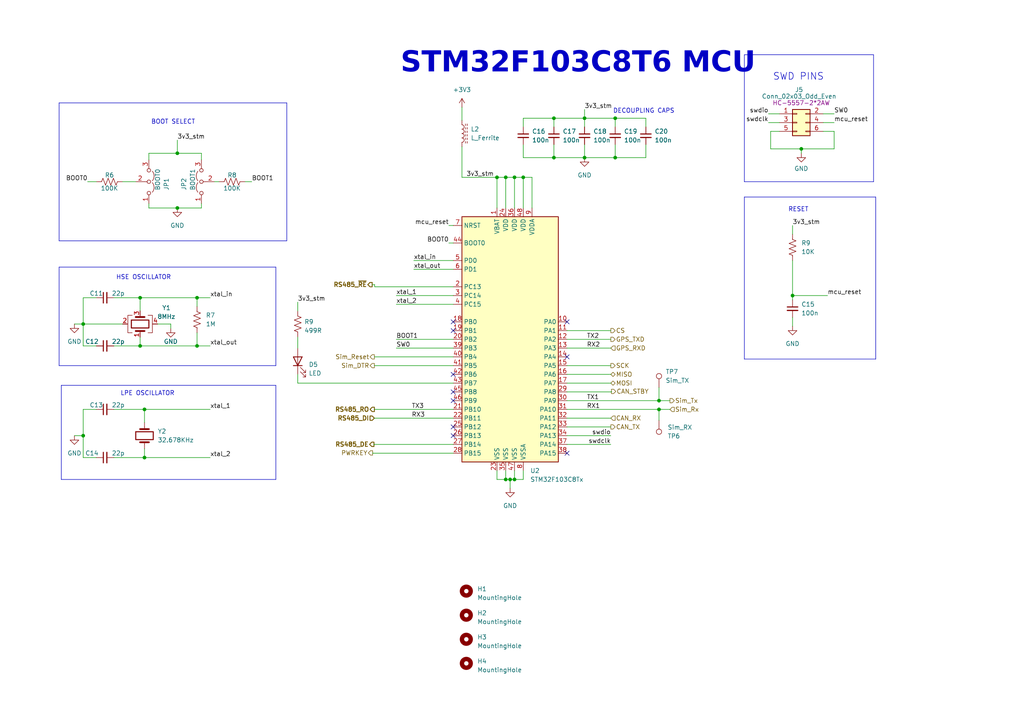
<source format=kicad_sch>
(kicad_sch (version 20230121) (generator eeschema)
  (paper "A4")
  (lib_symbols
    (symbol "Connector:TestPoint" (pin_numbers hide) (pin_names (offset 0.762) hide)
      (property "Reference" "TP" (at 0 6.858 0))
      (property "Value" "TestPoint" (at 0 5.08 0))
      (symbol "TestPoint_0_1"
        (circle (center 0 3.302) (radius 0.762))
      )
      (symbol "TestPoint_1_1"
        (pin passive line (at 0 0 90) (length 2.54) (name "1") (number "1"))
      )
    )
    (symbol "Connector_Generic:Conn_02x03_Odd_Even" (pin_names (offset 1.016) hide)
      (property "Reference" "J" (at 1.27 5.08 0))
      (property "Value" "Conn_02x03_Odd_Even" (at 1.27 -5.08 0))
      (symbol "Conn_02x03_Odd_Even_1_1"
        (rectangle (start -1.27 -2.413) (end 0 -2.667) (stroke (width 0.1524)))
        (rectangle (start -1.27 0.127) (end 0 -0.127) (stroke (width 0.1524)))
        (rectangle (start -1.27 2.667) (end 0 2.413) (stroke (width 0.1524)))
        (rectangle (start -1.27 3.81) (end 3.81 -3.81) (stroke (width 0.254)) (fill (type background)))
        (rectangle (start 3.81 -2.413) (end 2.54 -2.667) (stroke (width 0.1524)))
        (rectangle (start 3.81 0.127) (end 2.54 -0.127) (stroke (width 0.1524)))
        (rectangle (start 3.81 2.667) (end 2.54 2.413) (stroke (width 0.1524)))
        (pin passive line (at -5.08 2.54 0) (length 3.81) (name "Pin_1") (number "1"))
        (pin passive line (at 7.62 2.54 180) (length 3.81) (name "Pin_2") (number "2"))
        (pin passive line (at -5.08 0 0) (length 3.81) (name "Pin_3") (number "3"))
        (pin passive line (at 7.62 0 180) (length 3.81) (name "Pin_4") (number "4"))
        (pin passive line (at -5.08 -2.54 0) (length 3.81) (name "Pin_5") (number "5"))
        (pin passive line (at 7.62 -2.54 180) (length 3.81) (name "Pin_6") (number "6"))
      )
    )
    (symbol "Device:C_Small" (pin_numbers hide) (pin_names (offset 0.254) hide)
      (property "Reference" "C" (at 0.254 1.778 0))
      (property "Value" "C_Small" (at 0.254 -2.032 0))
      (symbol "C_Small_0_1"
        (polyline (pts (xy -1.524 -0.508) (xy 1.524 -0.508)) (stroke (width 0.3302)))
        (polyline (pts (xy -1.524 0.508) (xy 1.524 0.508)) (stroke (width 0.3048)))
      )
      (symbol "C_Small_1_1"
        (pin passive line (at 0 2.54 270) (length 2.032) (name "~") (number "1"))
        (pin passive line (at 0 -2.54 90) (length 2.032) (name "~") (number "2"))
      )
    )
    (symbol "Device:Crystal" (pin_numbers hide) (pin_names (offset 1.016) hide)
      (property "Reference" "Y" (at 0 3.81 0))
      (property "Value" "Crystal" (at 0 -3.81 0))
      (symbol "Crystal_0_1"
        (rectangle (start -1.143 2.54) (end 1.143 -2.54) (stroke (width 0.3048)))
        (polyline (pts (xy -2.54 0) (xy -1.905 0)))
        (polyline (pts (xy -1.905 -1.27) (xy -1.905 1.27)) (stroke (width 0.508)))
        (polyline (pts (xy 1.905 -1.27) (xy 1.905 1.27)) (stroke (width 0.508)))
        (polyline (pts (xy 2.54 0) (xy 1.905 0)))
      )
      (symbol "Crystal_1_1"
        (pin passive line (at -3.81 0 0) (length 1.27) (name "1") (number "1"))
        (pin passive line (at 3.81 0 180) (length 1.27) (name "2") (number "2"))
      )
    )
    (symbol "Device:Crystal_GND24" (pin_names (offset 1.016) hide)
      (property "Reference" "Y" (at 3.175 5.08 0))
      (property "Value" "Crystal_GND24" (at 3.175 3.175 0))
      (symbol "Crystal_GND24_0_1"
        (rectangle (start -1.143 2.54) (end 1.143 -2.54) (stroke (width 0.3048)))
        (polyline (pts (xy -2.54 0) (xy -2.032 0)))
        (polyline (pts (xy -2.032 -1.27) (xy -2.032 1.27)) (stroke (width 0.508)))
        (polyline (pts (xy 0 -3.81) (xy 0 -3.556)))
        (polyline (pts (xy 0 3.556) (xy 0 3.81)))
        (polyline (pts (xy 2.032 -1.27) (xy 2.032 1.27)) (stroke (width 0.508)))
        (polyline (pts (xy 2.032 0) (xy 2.54 0)))
        (polyline (pts (xy -2.54 -2.286) (xy -2.54 -3.556) (xy 2.54 -3.556) (xy 2.54 -2.286)))
        (polyline (pts (xy -2.54 2.286) (xy -2.54 3.556) (xy 2.54 3.556) (xy 2.54 2.286)))
      )
      (symbol "Crystal_GND24_1_1"
        (pin passive line (at -3.81 0 0) (length 1.27) (name "1") (number "1"))
        (pin passive line (at 0 5.08 270) (length 1.27) (name "2") (number "2"))
        (pin passive line (at 3.81 0 180) (length 1.27) (name "3") (number "3"))
        (pin passive line (at 0 -5.08 90) (length 1.27) (name "4") (number "4"))
      )
    )
    (symbol "Device:LED" (pin_numbers hide) (pin_names (offset 1.016) hide)
      (property "Reference" "D" (at 0 2.54 0))
      (property "Value" "LED" (at 0 -2.54 0))
      (symbol "LED_0_1"
        (polyline (pts (xy -1.27 -1.27) (xy -1.27 1.27)) (stroke (width 0.254)))
        (polyline (pts (xy -1.27 0) (xy 1.27 0)))
        (polyline (pts (xy 1.27 -1.27) (xy 1.27 1.27) (xy -1.27 0) (xy 1.27 -1.27)) (stroke (width 0.254)))
        (polyline (pts (xy -3.048 -0.762) (xy -4.572 -2.286) (xy -3.81 -2.286) (xy -4.572 -2.286) (xy -4.572 -1.524)))
        (polyline (pts (xy -1.778 -0.762) (xy -3.302 -2.286) (xy -2.54 -2.286) (xy -3.302 -2.286) (xy -3.302 -1.524)))
      )
      (symbol "LED_1_1"
        (pin passive line (at -3.81 0 0) (length 2.54) (name "K") (number "1"))
        (pin passive line (at 3.81 0 180) (length 2.54) (name "A") (number "2"))
      )
    )
    (symbol "Device:L_Ferrite" (pin_numbers hide) (pin_names (offset 1.016) hide)
      (property "Reference" "L" (at -1.27 0 90))
      (property "Value" "L_Ferrite" (at 2.794 0 90))
      (symbol "L_Ferrite_0_1"
        (arc (start 0 -2.54) (mid 0.6323 -1.905) (end 0 -1.27))
        (arc (start 0 -1.27) (mid 0.6323 -0.635) (end 0 0))
        (polyline (pts (xy 1.016 -2.794) (xy 1.016 -2.286)))
        (polyline (pts (xy 1.016 -1.778) (xy 1.016 -1.27)))
        (polyline (pts (xy 1.016 -0.762) (xy 1.016 -0.254)))
        (polyline (pts (xy 1.016 0.254) (xy 1.016 0.762)))
        (polyline (pts (xy 1.016 1.27) (xy 1.016 1.778)))
        (polyline (pts (xy 1.016 2.286) (xy 1.016 2.794)))
        (polyline (pts (xy 1.524 -2.286) (xy 1.524 -2.794)))
        (polyline (pts (xy 1.524 -1.27) (xy 1.524 -1.778)))
        (polyline (pts (xy 1.524 -0.254) (xy 1.524 -0.762)))
        (polyline (pts (xy 1.524 0.762) (xy 1.524 0.254)))
        (polyline (pts (xy 1.524 1.778) (xy 1.524 1.27)))
        (polyline (pts (xy 1.524 2.794) (xy 1.524 2.286)))
        (arc (start 0 0) (mid 0.6323 0.635) (end 0 1.27))
        (arc (start 0 1.27) (mid 0.6323 1.905) (end 0 2.54))
      )
      (symbol "L_Ferrite_1_1"
        (pin passive line (at 0 3.81 270) (length 1.27) (name "1") (number "1"))
        (pin passive line (at 0 -3.81 90) (length 1.27) (name "2") (number "2"))
      )
    )
    (symbol "Device:R_US" (pin_numbers hide) (pin_names (offset 0))
      (property "Reference" "R" (at 2.54 0 90))
      (property "Value" "R_US" (at -2.54 0 90))
      (symbol "R_US_0_1"
        (polyline (pts (xy 0 -2.286) (xy 0 -2.54)))
        (polyline (pts (xy 0 2.286) (xy 0 2.54)))
        (polyline (pts (xy 0 -0.762) (xy 1.016 -1.143) (xy 0 -1.524) (xy -1.016 -1.905) (xy 0 -2.286)))
        (polyline (pts (xy 0 0.762) (xy 1.016 0.381) (xy 0 0) (xy -1.016 -0.381) (xy 0 -0.762)))
        (polyline (pts (xy 0 2.286) (xy 1.016 1.905) (xy 0 1.524) (xy -1.016 1.143) (xy 0 0.762)))
      )
      (symbol "R_US_1_1"
        (pin passive line (at 0 3.81 270) (length 1.27) (name "~") (number "1"))
        (pin passive line (at 0 -3.81 90) (length 1.27) (name "~") (number "2"))
      )
    )
    (symbol "Jumper:Jumper_3_Open" (pin_names (offset 0) hide)
      (property "Reference" "JP" (at -2.54 -2.54 0))
      (property "Value" "Jumper_3_Open" (at 0 2.794 0))
      (symbol "Jumper_3_Open_0_0"
        (circle (center -3.302 0) (radius 0.508))
        (circle (center 0 0) (radius 0.508))
        (circle (center 3.302 0) (radius 0.508))
      )
      (symbol "Jumper_3_Open_0_1"
        (arc (start -0.254 1.016) (mid -1.651 1.4992) (end -3.048 1.016))
        (polyline (pts (xy 0 -0.508) (xy 0 -1.27)))
        (arc (start 3.048 1.016) (mid 1.651 1.4992) (end 0.254 1.016))
      )
      (symbol "Jumper_3_Open_1_1"
        (pin passive line (at -6.35 0 0) (length 2.54) (name "A") (number "1"))
        (pin passive line (at 0 -3.81 90) (length 2.54) (name "C") (number "2"))
        (pin passive line (at 6.35 0 180) (length 2.54) (name "B") (number "3"))
      )
    )
    (symbol "MCU_ST_STM32F1:STM32F103C8Tx"
      (property "Reference" "U" (at -15.24 36.83 0))
      (property "Value" "STM32F103C8Tx" (at 7.62 36.83 0))
      (symbol "STM32F103C8Tx_0_1"
        (rectangle (start -15.24 -35.56) (end 12.7 35.56) (stroke (width 0.254)) (fill (type background)))
      )
      (symbol "STM32F103C8Tx_1_1"
        (pin power_in line (at -5.08 38.1 270) (length 2.54) (name "VBAT") (number "1"))
        (pin bidirectional line (at 15.24 5.08 180) (length 2.54) (name "PA0") (number "10"))
        (pin bidirectional line (at 15.24 2.54 180) (length 2.54) (name "PA1") (number "11"))
        (pin bidirectional line (at 15.24 0 180) (length 2.54) (name "PA2") (number "12"))
        (pin bidirectional line (at 15.24 -2.54 180) (length 2.54) (name "PA3") (number "13"))
        (pin bidirectional line (at 15.24 -5.08 180) (length 2.54) (name "PA4") (number "14"))
        (pin bidirectional line (at 15.24 -7.62 180) (length 2.54) (name "PA5") (number "15"))
        (pin bidirectional line (at 15.24 -10.16 180) (length 2.54) (name "PA6") (number "16"))
        (pin bidirectional line (at 15.24 -12.7 180) (length 2.54) (name "PA7") (number "17"))
        (pin bidirectional line (at -17.78 5.08 0) (length 2.54) (name "PB0") (number "18"))
        (pin bidirectional line (at -17.78 2.54 0) (length 2.54) (name "PB1") (number "19"))
        (pin bidirectional line (at -17.78 15.24 0) (length 2.54) (name "PC13") (number "2"))
        (pin bidirectional line (at -17.78 0 0) (length 2.54) (name "PB2") (number "20"))
        (pin bidirectional line (at -17.78 -20.32 0) (length 2.54) (name "PB10") (number "21"))
        (pin bidirectional line (at -17.78 -22.86 0) (length 2.54) (name "PB11") (number "22"))
        (pin power_in line (at -5.08 -38.1 90) (length 2.54) (name "VSS") (number "23"))
        (pin power_in line (at -2.54 38.1 270) (length 2.54) (name "VDD") (number "24"))
        (pin bidirectional line (at -17.78 -25.4 0) (length 2.54) (name "PB12") (number "25"))
        (pin bidirectional line (at -17.78 -27.94 0) (length 2.54) (name "PB13") (number "26"))
        (pin bidirectional line (at -17.78 -30.48 0) (length 2.54) (name "PB14") (number "27"))
        (pin bidirectional line (at -17.78 -33.02 0) (length 2.54) (name "PB15") (number "28"))
        (pin bidirectional line (at 15.24 -15.24 180) (length 2.54) (name "PA8") (number "29"))
        (pin bidirectional line (at -17.78 12.7 0) (length 2.54) (name "PC14") (number "3"))
        (pin bidirectional line (at 15.24 -17.78 180) (length 2.54) (name "PA9") (number "30"))
        (pin bidirectional line (at 15.24 -20.32 180) (length 2.54) (name "PA10") (number "31"))
        (pin bidirectional line (at 15.24 -22.86 180) (length 2.54) (name "PA11") (number "32"))
        (pin bidirectional line (at 15.24 -25.4 180) (length 2.54) (name "PA12") (number "33"))
        (pin bidirectional line (at 15.24 -27.94 180) (length 2.54) (name "PA13") (number "34"))
        (pin power_in line (at -2.54 -38.1 90) (length 2.54) (name "VSS") (number "35"))
        (pin power_in line (at 0 38.1 270) (length 2.54) (name "VDD") (number "36"))
        (pin bidirectional line (at 15.24 -30.48 180) (length 2.54) (name "PA14") (number "37"))
        (pin bidirectional line (at 15.24 -33.02 180) (length 2.54) (name "PA15") (number "38"))
        (pin bidirectional line (at -17.78 -2.54 0) (length 2.54) (name "PB3") (number "39"))
        (pin bidirectional line (at -17.78 10.16 0) (length 2.54) (name "PC15") (number "4"))
        (pin bidirectional line (at -17.78 -5.08 0) (length 2.54) (name "PB4") (number "40"))
        (pin bidirectional line (at -17.78 -7.62 0) (length 2.54) (name "PB5") (number "41"))
        (pin bidirectional line (at -17.78 -10.16 0) (length 2.54) (name "PB6") (number "42"))
        (pin bidirectional line (at -17.78 -12.7 0) (length 2.54) (name "PB7") (number "43"))
        (pin input line (at -17.78 27.94 0) (length 2.54) (name "BOOT0") (number "44"))
        (pin bidirectional line (at -17.78 -15.24 0) (length 2.54) (name "PB8") (number "45"))
        (pin bidirectional line (at -17.78 -17.78 0) (length 2.54) (name "PB9") (number "46"))
        (pin power_in line (at 0 -38.1 90) (length 2.54) (name "VSS") (number "47"))
        (pin power_in line (at 2.54 38.1 270) (length 2.54) (name "VDD") (number "48"))
        (pin input line (at -17.78 22.86 0) (length 2.54) (name "PD0") (number "5"))
        (pin input line (at -17.78 20.32 0) (length 2.54) (name "PD1") (number "6"))
        (pin input line (at -17.78 33.02 0) (length 2.54) (name "NRST") (number "7"))
        (pin power_in line (at 2.54 -38.1 90) (length 2.54) (name "VSSA") (number "8"))
        (pin power_in line (at 5.08 38.1 270) (length 2.54) (name "VDDA") (number "9"))
      )
    )
    (symbol "Mechanical:MountingHole" (pin_names (offset 1.016))
      (property "Reference" "H" (at 0 5.08 0))
      (property "Value" "MountingHole" (at 0 3.175 0))
      (symbol "MountingHole_0_1"
        (circle (center 0 0) (radius 1.27) (stroke (width 1.27)))
      )
    )
    (symbol "power:+3V3" (power) (pin_names (offset 0))
      (property "Value" "+3V3" (at 0 3.556 0))
      (symbol "+3V3_0_1"
        (polyline (pts (xy -0.762 1.27) (xy 0 2.54)))
        (polyline (pts (xy 0 0) (xy 0 2.54)))
        (polyline (pts (xy 0 2.54) (xy 0.762 1.27)))
      )
      (symbol "+3V3_1_1"
        (pin power_in line (at 0 0 90) (length 0) hide (name "+3V3") (number "1"))
      )
    )
    (symbol "power:GND" (power) (pin_names (offset 0))
      (property "Value" "GND" (at 0 -3.81 0))
      (symbol "GND_0_1"
        (polyline (pts (xy 0 0) (xy 0 -1.27) (xy 1.27 -1.27) (xy 0 -2.54) (xy -1.27 -1.27) (xy 0 -1.27)))
      )
      (symbol "GND_1_1"
        (pin power_in line (at 0 0 270) (length 0) hide (name "GND") (number "1"))
      )
    )
  )
  (junction (at 41.91 132.715))
  (junction (at 51.435 60.325))
  (junction (at 178.435 34.29))
  (junction (at 191.135 118.745))
  (junction (at 24.13 93.98))
  (junction (at 57.15 100.33))
  (junction (at 178.435 45.72))
  (junction (at 191.135 116.205))
  (junction (at 160.655 34.29))
  (junction (at 146.685 51.435))
  (junction (at 147.955 139.065))
  (junction (at 40.64 86.36))
  (junction (at 144.145 51.435))
  (junction (at 160.655 45.72))
  (junction (at 146.685 139.065))
  (junction (at 24.13 126.365))
  (junction (at 57.15 86.36))
  (junction (at 149.225 139.065))
  (junction (at 51.435 44.45))
  (junction (at 151.765 51.435))
  (junction (at 40.64 100.33))
  (junction (at 149.225 51.435))
  (junction (at 229.87 85.725))
  (junction (at 169.545 45.72))
  (junction (at 41.91 118.745))
  (junction (at 169.545 34.29))
  (junction (at 232.41 43.18))
  (no_connect (at 164.465 131.445))
  (no_connect (at 131.445 93.345))
  (no_connect (at 131.445 116.205))
  (no_connect (at 131.445 113.665))
  (no_connect (at 131.445 108.585))
  (no_connect (at 131.445 123.825))
  (no_connect (at 131.445 126.365))
  (no_connect (at 131.445 95.885))
  (no_connect (at 164.465 93.345))
  (no_connect (at 164.465 103.505))
  (wire (pts (xy 130.175 65.405) (xy 131.445 65.405)))
  (wire (pts (xy 178.435 34.29) (xy 178.435 36.83)))
  (wire (pts (xy 164.465 116.205) (xy 191.135 116.205)))
  (wire (pts (xy 149.225 51.435) (xy 149.225 60.325)))
  (wire (pts (xy 160.655 45.72) (xy 169.545 45.72)))
  (wire (pts (xy 58.42 60.325) (xy 58.42 59.055)))
  (polyline (pts (xy 17.145 29.845) (xy 17.145 69.85)))
  (wire (pts (xy 151.765 34.29) (xy 151.765 36.83)))
  (wire (pts (xy 164.465 123.825) (xy 177.165 123.825)))
  (wire (pts (xy 160.655 41.91) (xy 160.655 45.72)))
  (wire (pts (xy 178.435 41.91) (xy 178.435 45.72)))
  (wire (pts (xy 25.4 52.705) (xy 27.94 52.705)))
  (polyline (pts (xy 253.365 15.875) (xy 253.365 52.705)))
  (wire (pts (xy 43.18 44.45) (xy 43.18 46.355)))
  (wire (pts (xy 108.6726 83.185) (xy 131.445 83.185)))
  (wire (pts (xy 238.76 33.02) (xy 241.935 33.02)))
  (wire (pts (xy 108.585 118.745) (xy 131.445 118.745)))
  (polyline (pts (xy 253.365 52.705) (xy 215.9 52.705)))
  (wire (pts (xy 241.935 38.1) (xy 241.935 43.18)))
  (wire (pts (xy 120.015 75.565) (xy 131.445 75.565)))
  (wire (pts (xy 86.36 87.63) (xy 86.36 90.17)))
  (polyline (pts (xy 17.145 77.47) (xy 17.145 106.045)))
  (wire (pts (xy 191.135 118.745) (xy 191.135 121.92)))
  (wire (pts (xy 24.13 93.98) (xy 35.56 93.98)))
  (polyline (pts (xy 80.01 106.045) (xy 17.145 106.045)))
  (wire (pts (xy 35.56 52.705) (xy 39.37 52.705)))
  (wire (pts (xy 147.955 139.065) (xy 147.955 141.605)))
  (wire (pts (xy 108.585 106.045) (xy 131.445 106.045)))
  (wire (pts (xy 43.18 60.325) (xy 51.435 60.325)))
  (polyline (pts (xy 80.01 111.76) (xy 80.01 139.065)))
  (wire (pts (xy 41.91 118.745) (xy 60.96 118.745)))
  (wire (pts (xy 177.336 113.5232) (xy 177.336 113.665)))
  (wire (pts (xy 43.18 44.45) (xy 51.435 44.45)))
  (polyline (pts (xy 215.9 15.875) (xy 215.9 52.705)))
  (wire (pts (xy 164.465 111.125) (xy 177.165 111.125)))
  (wire (pts (xy 151.765 51.435) (xy 154.305 51.435)))
  (wire (pts (xy 164.465 95.885) (xy 177.165 95.885)))
  (wire (pts (xy 108.6726 82.55) (xy 108.6726 83.185)))
  (wire (pts (xy 40.64 100.33) (xy 57.15 100.33)))
  (wire (pts (xy 164.465 126.365) (xy 177.165 126.365)))
  (wire (pts (xy 57.15 86.36) (xy 57.15 88.9)))
  (wire (pts (xy 144.145 51.435) (xy 144.145 60.325)))
  (wire (pts (xy 164.465 106.045) (xy 177.165 106.045)))
  (wire (pts (xy 191.135 116.205) (xy 194.31 116.205)))
  (wire (pts (xy 146.685 139.065) (xy 147.955 139.065)))
  (wire (pts (xy 41.91 130.175) (xy 41.91 132.715)))
  (polyline (pts (xy 80.01 139.065) (xy 17.78 139.065)))
  (wire (pts (xy 133.985 31.115) (xy 133.985 34.925)))
  (wire (pts (xy 151.765 136.525) (xy 151.765 139.065)))
  (wire (pts (xy 160.655 34.29) (xy 151.765 34.29)))
  (wire (pts (xy 108.0919 131.3658) (xy 108.0919 131.445)))
  (wire (pts (xy 151.765 51.435) (xy 151.765 60.325)))
  (polyline (pts (xy 83.185 29.845) (xy 83.185 69.85)))
  (wire (pts (xy 86.36 97.79) (xy 86.36 100.965)))
  (wire (pts (xy 108.0919 131.445) (xy 131.445 131.445)))
  (wire (pts (xy 144.145 136.525) (xy 144.145 139.065)))
  (wire (pts (xy 114.935 100.965) (xy 131.445 100.965)))
  (wire (pts (xy 33.02 118.745) (xy 41.91 118.745)))
  (wire (pts (xy 169.545 34.29) (xy 169.545 36.83)))
  (wire (pts (xy 114.935 88.265) (xy 131.445 88.265)))
  (wire (pts (xy 164.465 121.285) (xy 177.165 121.285)))
  (wire (pts (xy 187.325 45.72) (xy 187.325 41.91)))
  (wire (pts (xy 51.435 40.64) (xy 51.435 44.45)))
  (wire (pts (xy 57.15 96.52) (xy 57.15 100.33)))
  (wire (pts (xy 45.72 93.98) (xy 49.53 93.98)))
  (wire (pts (xy 146.685 136.525) (xy 146.685 139.065)))
  (wire (pts (xy 229.87 92.075) (xy 229.87 94.615)))
  (wire (pts (xy 40.64 90.17) (xy 40.64 86.36)))
  (wire (pts (xy 133.985 51.435) (xy 144.145 51.435)))
  (wire (pts (xy 191.135 118.745) (xy 194.31 118.745)))
  (wire (pts (xy 169.545 41.91) (xy 169.545 45.72)))
  (wire (pts (xy 114.935 98.425) (xy 131.445 98.425)))
  (wire (pts (xy 149.225 51.435) (xy 151.765 51.435)))
  (polyline (pts (xy 17.145 77.47) (xy 80.01 77.47)))
  (wire (pts (xy 223.52 38.1) (xy 226.06 38.1)))
  (wire (pts (xy 229.87 75.565) (xy 229.87 85.725)))
  (wire (pts (xy 238.76 35.56) (xy 241.935 35.56)))
  (wire (pts (xy 164.465 98.425) (xy 177.165 98.425)))
  (wire (pts (xy 222.885 35.56) (xy 226.06 35.56)))
  (wire (pts (xy 27.94 118.745) (xy 24.13 118.745)))
  (wire (pts (xy 229.87 85.725) (xy 240.03 85.725)))
  (wire (pts (xy 169.545 45.72) (xy 178.435 45.72)))
  (wire (pts (xy 108.4632 128.905) (xy 131.445 128.905)))
  (wire (pts (xy 43.18 59.055) (xy 43.18 60.325)))
  (wire (pts (xy 62.23 52.705) (xy 63.5 52.705)))
  (wire (pts (xy 164.465 128.905) (xy 177.165 128.905)))
  (wire (pts (xy 169.545 34.29) (xy 160.655 34.29)))
  (wire (pts (xy 24.13 132.715) (xy 27.94 132.715)))
  (wire (pts (xy 146.685 51.435) (xy 149.225 51.435)))
  (polyline (pts (xy 254 104.14) (xy 215.9 104.14)))
  (wire (pts (xy 21.59 126.365) (xy 24.13 126.365)))
  (wire (pts (xy 40.64 100.33) (xy 40.64 97.79)))
  (wire (pts (xy 21.59 93.98) (xy 24.13 93.98)))
  (wire (pts (xy 178.435 45.72) (xy 187.325 45.72)))
  (wire (pts (xy 130.175 70.485) (xy 131.445 70.485)))
  (wire (pts (xy 191.135 112.395) (xy 191.135 116.205)))
  (wire (pts (xy 144.145 139.065) (xy 146.685 139.065)))
  (wire (pts (xy 24.13 100.33) (xy 27.94 100.33)))
  (wire (pts (xy 151.765 41.91) (xy 151.765 45.72)))
  (polyline (pts (xy 17.145 29.845) (xy 83.185 29.845)))
  (wire (pts (xy 57.15 86.36) (xy 60.96 86.36)))
  (wire (pts (xy 164.465 100.965) (xy 177.165 100.965)))
  (wire (pts (xy 222.885 33.02) (xy 226.06 33.02)))
  (wire (pts (xy 223.52 43.18) (xy 223.52 38.1)))
  (wire (pts (xy 108.6726 82.55) (xy 107.95 82.55)))
  (wire (pts (xy 177.336 113.665) (xy 164.465 113.665)))
  (wire (pts (xy 108.585 103.505) (xy 131.445 103.505)))
  (wire (pts (xy 51.435 60.325) (xy 58.42 60.325)))
  (wire (pts (xy 114.935 85.725) (xy 131.445 85.725)))
  (wire (pts (xy 164.465 118.745) (xy 191.135 118.745)))
  (wire (pts (xy 169.545 31.75) (xy 169.545 34.29)))
  (wire (pts (xy 144.145 51.435) (xy 146.685 51.435)))
  (wire (pts (xy 41.91 118.745) (xy 41.91 122.555)))
  (wire (pts (xy 24.13 93.98) (xy 24.13 100.33)))
  (wire (pts (xy 154.305 51.435) (xy 154.305 60.325)))
  (wire (pts (xy 232.41 44.45) (xy 232.41 43.18)))
  (polyline (pts (xy 215.9 57.15) (xy 254 57.15)))
  (wire (pts (xy 24.13 126.365) (xy 24.13 132.715)))
  (wire (pts (xy 24.13 86.36) (xy 24.13 93.98)))
  (wire (pts (xy 49.53 93.98) (xy 49.53 95.25)))
  (wire (pts (xy 149.225 136.525) (xy 149.225 139.065)))
  (wire (pts (xy 40.64 86.36) (xy 57.15 86.36)))
  (wire (pts (xy 133.985 42.545) (xy 133.985 51.435)))
  (wire (pts (xy 33.02 132.715) (xy 41.91 132.715)))
  (wire (pts (xy 108.4632 128.8757) (xy 108.4632 128.905)))
  (polyline (pts (xy 80.01 77.47) (xy 80.01 106.045)))
  (wire (pts (xy 241.935 43.18) (xy 232.41 43.18)))
  (wire (pts (xy 187.325 34.29) (xy 178.435 34.29)))
  (wire (pts (xy 108.585 121.285) (xy 131.445 121.285)))
  (wire (pts (xy 120.015 78.105) (xy 131.445 78.105)))
  (wire (pts (xy 178.435 34.29) (xy 169.545 34.29)))
  (wire (pts (xy 41.91 132.715) (xy 60.96 132.715)))
  (wire (pts (xy 160.655 34.29) (xy 160.655 36.83)))
  (polyline (pts (xy 254 57.15) (xy 254 104.14)))
  (wire (pts (xy 33.02 100.33) (xy 40.64 100.33)))
  (wire (pts (xy 164.465 108.585) (xy 177.165 108.585)))
  (wire (pts (xy 238.76 38.1) (xy 241.935 38.1)))
  (wire (pts (xy 24.13 118.745) (xy 24.13 126.365)))
  (wire (pts (xy 58.42 46.355) (xy 58.42 44.45)))
  (wire (pts (xy 232.41 43.18) (xy 223.52 43.18)))
  (wire (pts (xy 27.94 86.36) (xy 24.13 86.36)))
  (wire (pts (xy 187.325 36.83) (xy 187.325 34.29)))
  (polyline (pts (xy 83.185 69.85) (xy 17.145 69.85)))
  (wire (pts (xy 149.225 139.065) (xy 151.765 139.065)))
  (wire (pts (xy 146.685 51.435) (xy 146.685 60.325)))
  (wire (pts (xy 229.87 85.725) (xy 229.87 86.995)))
  (wire (pts (xy 151.765 45.72) (xy 160.655 45.72)))
  (wire (pts (xy 229.87 65.405) (xy 229.87 67.945)))
  (wire (pts (xy 57.15 100.33) (xy 60.96 100.33)))
  (wire (pts (xy 71.12 52.705) (xy 73.025 52.705)))
  (polyline (pts (xy 17.78 111.76) (xy 80.01 111.76)))
  (wire (pts (xy 86.36 108.585) (xy 86.36 111.125)))
  (polyline (pts (xy 215.9 15.875) (xy 253.365 15.875)))
  (wire (pts (xy 147.955 139.065) (xy 149.225 139.065)))
  (polyline (pts (xy 215.9 57.15) (xy 215.9 104.14)))
  (polyline (pts (xy 17.78 111.76) (xy 17.78 139.065)))
  (wire (pts (xy 131.445 111.125) (xy 86.36 111.125)))
  (wire (pts (xy 33.02 86.36) (xy 40.64 86.36)))
  (wire (pts (xy 51.435 44.45) (xy 58.42 44.45)))
  (text "RESET" (at 228.6 61.595 0) (effects (font (size 1.27 1.27)) (justify left bottom)))
  (text "DECOUPLING CAPS" (at 177.8 33.02 0) (effects (font (size 1.27 1.27)) (justify left bottom)))
  (text "SWD PINS" (at 224.155 23.495 0) (effects (font (size 2 2)) (justify left bottom)))
  (text "LPE OSCILLATOR" (at 34.925 114.935 0) (effects (font (size 1.27 1.27)) (justify left bottom)))
  (text "STM32F103C8T6 MCU" (at 116.205 23.495 0) (effects (font (size 6 6) bold) (justify left bottom)))
  (text "HSE OSCILLATOR" (at 33.655 81.28 0) (effects (font (size 1.27 1.27)) (justify left bottom)))
  (text "BOOT SELECT" (at 43.815 36.195 0) (effects (font (size 1.27 1.27)) (justify left bottom)))
  (label "xtal_2" (at 114.935 88.265 0))
  (label "BOOT1" (at 73.025 52.705 0))
  (label "SW0" (at 114.935 100.965 0))
  (label "3v3_stm" (at 86.36 87.63 0))
  (label "xtal_in" (at 60.96 86.36 0))
  (label "TX1" (at 170.18 116.205 0))
  (label "xtal_1" (at 60.96 118.745 0))
  (label "BOOT0" (at 130.175 70.485 180))
  (label "swdio" (at 222.885 33.02 180))
  (label "xtal_out" (at 60.96 100.33 0))
  (label "xtal_1" (at 114.935 85.725 0))
  (label "3v3_stm" (at 229.87 65.405 0))
  (label "mcu_reset" (at 241.935 35.56 0))
  (label "BOOT1" (at 114.935 98.425 0))
  (label "swdio" (at 177.165 126.365 180))
  (label "xtal_2" (at 60.96 132.715 0))
  (label "3v3_stm" (at 51.435 40.64 0))
  (label "RX2" (at 170.18 100.965 0))
  (label "swdclk" (at 177.165 128.905 180))
  (label "RX1" (at 170.18 118.745 0))
  (label "xtal_in" (at 120.015 75.565 0))
  (label "3v3_stm" (at 169.545 31.75 0))
  (label "TX2" (at 170.18 98.425 0))
  (label "RX3" (at 119.38 121.285 0))
  (label "xtal_out" (at 120.015 78.105 0))
  (label "BOOT0" (at 25.4 52.705 180))
  (label "3v3_stm" (at 135.255 51.435 0))
  (label "TX3" (at 119.38 118.745 0))
  (label "mcu_reset" (at 130.175 65.405 180))
  (label "SW0" (at 241.935 33.02 0))
  (label "mcu_reset" (at 240.03 85.725 0))
  (label "swdclk" (at 222.885 35.56 180))
  (hierarchical_label "CS" (shape output) (at 177.165 95.885 0))
  (hierarchical_label "CAN_STBY" (shape output) (at 177.336 113.5232 0))
  (hierarchical_label "GPS_TXD" (shape output) (at 177.165 98.425 0))
  (hierarchical_label "RS485_~{RE}" (shape output) (at 107.95 82.55 180) (effects (font bold)))
  (hierarchical_label "MISO" (shape bidirectional) (at 177.165 108.585 0))
  (hierarchical_label "CAN_TX" (shape output) (at 177.165 123.825 0))
  (hierarchical_label "MOSI" (shape bidirectional) (at 177.165 111.125 0))
  (hierarchical_label "Sim_Reset" (shape output) (at 108.585 103.505 180))
  (hierarchical_label "Sim_Rx" (shape input) (at 194.31 118.745 0))
  (hierarchical_label "RS485_RO" (shape output) (at 108.585 118.745 180) (effects (font bold)))
  (hierarchical_label "CAN_RX" (shape input) (at 177.165 121.285 0))
  (hierarchical_label "PWRKEY" (shape output) (at 108.0919 131.3658 180))
  (hierarchical_label "GPS_RXD" (shape input) (at 177.165 100.965 0))
  (hierarchical_label "RS485_DE" (shape output) (at 108.4632 128.8757 180) (effects (font bold)))
  (hierarchical_label "RS485_DI" (shape input) (at 108.585 121.285 180) (effects (font bold)))
  (hierarchical_label "SCK" (shape output) (at 177.165 106.045 0))
  (hierarchical_label "Sim_DTR" (shape output) (at 108.585 106.045 180))
  (hierarchical_label "Sim_Tx" (shape output) (at 194.31 116.205 0))
  (symbol (lib_id "power:GND") (at 21.59 126.365 0) (unit 1)
    (property "Reference" "#PWR017" (effects hide))
    (property "Value" "GND" (at 21.59 131.445 0))
    (instances (project "ALERT_RIDER_HARDWARE" (path "" (reference "#PWR017") (unit 1))) (project "GSM_module_v3" (path "" (reference "#PWR015") (unit 1))) (project "BIM_PCB" (path "" (reference "#PWR018") (unit 1))))
  )
  (symbol (lib_id "power:GND") (at 229.87 94.615 0) (unit 1)
    (property "Reference" "#PWR021" (effects hide))
    (property "Value" "GND" (at 229.87 99.695 0))
    (instances (project "ALERT_RIDER_HARDWARE" (path "" (reference "#PWR021") (unit 1))) (project "GSM_module_v3" (path "" (reference "#PWR022") (unit 1))) (project "BIM_PCB" (path "" (reference "#PWR012") (unit 1))))
  )
  (symbol (lib_id "Device:C_Small") (at 169.545 39.37 0) (unit 1)
    (property "Reference" "C18" (at 172.085 38.1062 0) (effects (justify left)))
    (property "Value" "100n" (at 172.085 40.6462 0) (effects (justify left)))
    (property "Footprint" "Capacitor_SMD:C_0402_1005Metric" (effects hide))
    (instances (project "ALERT_RIDER_HARDWARE" (path "" (reference "C18") (unit 1))) (project "GSM_module_v3" (path "" (reference "C13") (unit 1))) (project "BIM_PCB" (path "" (reference "C3") (unit 1))))
  )
  (symbol (lib_id "power:+3V3") (at 133.985 31.115 0) (unit 1)
    (property "Reference" "#PWR022" (effects hide))
    (property "Value" "+3V3" (at 133.985 26.035 0))
    (instances (project "ALERT_RIDER_HARDWARE" (path "" (reference "#PWR022") (unit 1))) (project "GSM_module_v3" (path "" (reference "#PWR018") (unit 1))) (project "BIM_PCB" (path "" (reference "#PWR05") (unit 1))))
  )
  (symbol (lib_id "Device:R_US") (at 57.15 92.71 0) (unit 1)
    (property "Reference" "R7" (at 59.69 91.4399 0) (effects (justify left)))
    (property "Value" "1M" (at 59.69 93.9799 0) (effects (justify left)))
    (property "Footprint" "Resistor_SMD:R_0402_1005Metric" (effects hide))
    (instances (project "ALERT_RIDER_HARDWARE" (path "" (reference "R7") (unit 1))) (project "GSM_module_v3" (path "" (reference "R5") (unit 1))) (project "BIM_PCB" (path "" (reference "R7") (unit 1))))
  )
  (symbol (lib_id "Mechanical:MountingHole") (at 135.255 171.45 0) (unit 1)
    (property "Reference" "H1" (at 138.43 170.815 0) (effects (justify left)))
    (property "Value" "MountingHole" (at 138.43 173.355 0) (effects (justify left)))
    (property "Footprint" "MountingHole:MountingHole_2.7mm" (effects hide))
  )
  (symbol (lib_id "Device:Crystal_GND24") (at 40.64 93.98 90) (unit 1)
    (property "Reference" "Y1" (at 48.26 89.281 90))
    (property "Value" "8MHz" (at 48.26 91.821 90))
    (property "Footprint" "Crystal:Crystal_SMD_3225-4Pin_3.2x2.5mm" (effects hide))
  )
  (symbol (lib_id "power:GND") (at 49.53 95.25 0) (unit 1)
    (property "Reference" "#PWR019" (effects hide))
    (property "Value" "GND" (at 49.53 99.06 0))
    (instances (project "ALERT_RIDER_HARDWARE" (path "" (reference "#PWR019") (unit 1))) (project "GSM_module_v3" (path "" (reference "#PWR016") (unit 1))) (project "BIM_PCB" (path "" (reference "#PWR015") (unit 1))))
  )
  (symbol (lib_id "Device:LED") (at 86.36 104.775 90) (unit 1)
    (property "Reference" "D5" (at 89.535 105.7275 90) (effects (justify right)))
    (property "Value" "LED" (at 89.535 108.2675 90) (effects (justify right)))
    (property "Footprint" "LED_SMD:LED_0603_1608Metric" (effects hide))
    (instances (project "GSM_module_v3" (path "" (reference "D5") (unit 1))) (project "BIM_PCB" (path "" (reference "D2") (unit 1))))
  )
  (symbol (lib_id "power:GND") (at 147.955 141.605 0) (unit 1)
    (property "Reference" "#PWR023" (effects hide))
    (property "Value" "GND" (at 147.955 146.685 0))
    (instances (project "ALERT_RIDER_HARDWARE" (path "" (reference "#PWR023") (unit 1))) (project "GSM_module_v3" (path "" (reference "#PWR019") (unit 1))) (project "BIM_PCB" (path "" (reference "#PWR019") (unit 1))))
  )
  (symbol (lib_id "Device:Crystal") (at 41.91 126.365 90) (unit 1)
    (property "Reference" "Y2" (at 45.72 125.0949 90) (effects (justify right)))
    (property "Value" "32.678KHz" (at 45.72 127.6349 90) (effects (justify right)))
    (property "Footprint" "Crystal:Crystal_SMD_3215-2Pin_3.2x1.5mm" (effects hide))
  )
  (symbol (lib_id "Device:C_Small") (at 178.435 39.37 0) (unit 1)
    (property "Reference" "C19" (at 180.975 38.1062 0) (effects (justify left)))
    (property "Value" "100n" (at 180.975 40.6462 0) (effects (justify left)))
    (property "Footprint" "Capacitor_SMD:C_0402_1005Metric" (effects hide))
    (instances (project "ALERT_RIDER_HARDWARE" (path "" (reference "C19") (unit 1))) (project "GSM_module_v3" (path "" (reference "C14") (unit 1))) (project "BIM_PCB" (path "" (reference "C4") (unit 1))))
  )
  (symbol (lib_id "power:GND") (at 21.59 93.98 0) (unit 1)
    (property "Reference" "#PWR018" (effects hide))
    (property "Value" "GND" (at 21.59 99.06 0))
    (instances (project "ALERT_RIDER_HARDWARE" (path "" (reference "#PWR018") (unit 1))) (project "GSM_module_v3" (path "" (reference "#PWR014") (unit 1))) (project "BIM_PCB" (path "" (reference "#PWR014") (unit 1))))
  )
  (symbol (lib_id "Connector_Generic:Conn_02x03_Odd_Even") (at 231.14 35.56 0) (unit 1)
    (property "Reference" "J5" (at 231.775 26.035 0))
    (property "Value" "Conn_02x03_Odd_Even" (at 231.775 27.94 0))
    (property "Footprint" "Connector_Molex:Molex_Mini-Fit_Jr_5569-06A2_2x03_P4.20mm_Horizontal" (effects hide))
    (property "MPN" "HC-5557-2*2AW" (at 232.41 29.845 0))
    (instances (project "GSM_module_v3" (path "" (reference "J5") (unit 1))) (project "BIM_PCB" (path "" (reference "J2") (unit 1))))
  )
  (symbol (lib_id "Device:R_US") (at 31.75 52.705 90) (unit 1)
    (property "Reference" "R6" (at 31.75 50.8 90))
    (property "Value" "100K" (at 31.75 54.61 90))
    (property "Footprint" "Resistor_SMD:R_0402_1005Metric" (effects hide))
    (instances (project "ALERT_RIDER_HARDWARE" (path "" (reference "R6") (unit 1))) (project "GSM_module_v3" (path "" (reference "R4") (unit 1))) (project "BIM_PCB" (path "" (reference "R3") (unit 1))))
  )
  (symbol (lib_id "Connector:TestPoint") (at 191.135 121.92 0) (mirror x) (unit 1)
    (property "Reference" "TP6" (at 193.6085 126.4921 0) (effects (justify left)))
    (property "Value" "Sim_RX" (at 193.6085 123.9521 0) (effects (justify left)))
    (property "Footprint" "TestPoint:TestPoint_Pad_D1.0mm" (effects hide))
    (instances (project "ALERT_RIDER_HARDWARE" (path "" (reference "TP6") (unit 1))) (project "GSM_module_v3" (path "" (reference "SIM_RX1") (unit 1))) (project "BIM_PCB" (path "" (reference "TP3") (unit 1))))
  )
  (symbol (lib_id "Mechanical:MountingHole") (at 135.255 192.405 0) (unit 1)
    (property "Reference" "H4" (at 138.43 191.77 0) (effects (justify left)))
    (property "Value" "MountingHole" (at 138.43 194.31 0) (effects (justify left)))
    (property "Footprint" "MountingHole:MountingHole_2.7mm" (effects hide))
  )
  (symbol (lib_id "Device:C_Small") (at 151.765 39.37 0) (unit 1)
    (property "Reference" "C16" (at 154.305 38.1062 0) (effects (justify left)))
    (property "Value" "100n" (at 154.305 40.6462 0) (effects (justify left)))
    (property "Footprint" "Capacitor_SMD:C_0402_1005Metric" (effects hide))
    (instances (project "ALERT_RIDER_HARDWARE" (path "" (reference "C16") (unit 1))) (project "GSM_module_v3" (path "" (reference "C11") (unit 1))) (project "BIM_PCB" (path "" (reference "C1") (unit 1))))
  )
  (symbol (lib_id "Device:L_Ferrite") (at 133.985 38.735 0) (unit 1)
    (property "Reference" "L2" (at 136.525 37.4649 0) (effects (justify left)))
    (property "Value" "L_Ferrite" (at 136.525 40.0049 0) (effects (justify left)))
    (property "Footprint" "Inductor_SMD:L_0603_1608Metric" (effects hide))
    (instances (project "ALERT_RIDER_HARDWARE" (path "" (reference "L2") (unit 1))) (project "GSM_module_v3" (path "" (reference "L2") (unit 1))) (project "BIM_PCB" (path "" (reference "L1") (unit 1))))
  )
  (symbol (lib_id "Device:C_Small") (at 30.48 118.745 90) (unit 1)
    (property "Reference" "C13" (at 27.94 117.475 90))
    (property "Value" "22p" (at 34.29 117.475 90))
    (property "Footprint" "Capacitor_SMD:C_0402_1005Metric" (effects hide))
    (instances (project "ALERT_RIDER_HARDWARE" (path "" (reference "C13") (unit 1))) (project "GSM_module_v3" (path "" (reference "C9") (unit 1))) (project "BIM_PCB" (path "" (reference "C11") (unit 1))))
  )
  (symbol (lib_id "power:GND") (at 51.435 60.325 0) (unit 1)
    (property "Reference" "#PWR0101" (effects hide))
    (property "Value" "GND" (at 51.435 65.405 0))
    (instances (project "ALERT_RIDER_HARDWARE" (path "" (reference "#PWR0101") (unit 1))) (project "GSM_module_v3" (path "" (reference "#PWR017") (unit 1))) (project "BIM_PCB" (path "" (reference "#PWR010") (unit 1))))
  )
  (symbol (lib_id "MCU_ST_STM32F1:STM32F103C8Tx") (at 149.225 98.425 0) (unit 1)
    (property "Reference" "U2" (at 153.7844 136.525 0) (effects (justify left)))
    (property "Value" "STM32F103C8Tx" (at 153.7844 139.065 0) (effects (justify left)))
    (property "Footprint" "Package_QFP:LQFP-48_7x7mm_P0.5mm" (effects hide))
    (property "Datasheet" "http://www.st.com/st-web-ui/static/active/en/resource/technical/document/datasheet/CD00161566.pdf" (effects hide))
    (instances (project "ALERT_RIDER_HARDWARE" (path "" (reference "U2") (unit 1))) (project "GSM_module_v3" (path "" (reference "U2") (unit 1))) (project "BIM_PCB" (path "" (reference "U1") (unit 1))))
  )
  (symbol (lib_id "Device:C_Small") (at 30.48 86.36 90) (unit 1)
    (property "Reference" "C11" (at 27.94 85.09 90))
    (property "Value" "22p" (at 34.29 85.09 90))
    (property "Footprint" "Capacitor_SMD:C_0402_1005Metric" (effects hide))
    (instances (project "ALERT_RIDER_HARDWARE" (path "" (reference "C11") (unit 1))) (project "GSM_module_v3" (path "" (reference "C7") (unit 1))) (project "BIM_PCB" (path "" (reference "C9") (unit 1))))
  )
  (symbol (lib_id "Jumper:Jumper_3_Open") (at 58.42 52.705 90) (unit 1)
    (property "Reference" "JP2" (at 53.34 55.245 0) (effects (justify left)))
    (property "Value" "BOOT1" (at 55.88 55.245 0) (effects (justify left)))
    (property "Footprint" "Jumper:SolderJumper-3_P1.3mm_Open_RoundedPad1.0x1.5mm_NumberLabels" (effects hide))
  )
  (symbol (lib_id "Connector:TestPoint") (at 191.135 112.395 0) (unit 1)
    (property "Reference" "TP7" (at 193.04 107.823 0) (effects (justify left)))
    (property "Value" "Sim_TX" (at 193.04 110.363 0) (effects (justify left)))
    (property "Footprint" "TestPoint:TestPoint_Pad_D1.0mm" (effects hide))
    (instances (project "ALERT_RIDER_HARDWARE" (path "" (reference "TP7") (unit 1))) (project "GSM_module_v3" (path "" (reference "SIM_TX1") (unit 1))) (project "BIM_PCB" (path "" (reference "TP4") (unit 1))))
  )
  (symbol (lib_id "Jumper:Jumper_3_Open") (at 43.18 52.705 270) (mirror x) (unit 1)
    (property "Reference" "JP1" (at 48.26 55.245 0) (effects (justify left)))
    (property "Value" "BOOT0" (at 45.72 55.245 0) (effects (justify left)))
    (property "Footprint" "Jumper:SolderJumper-3_P1.3mm_Open_RoundedPad1.0x1.5mm_NumberLabels" (effects hide))
  )
  (symbol (lib_id "power:GND") (at 232.41 44.45 0) (unit 1)
    (property "Reference" "#PWR025" (effects hide))
    (property "Value" "GND" (at 232.41 48.895 0))
    (instances (project "ALERT_RIDER_HARDWARE" (path "" (reference "#PWR025") (unit 1))) (project "GSM_module_v3" (path "" (reference "#PWR023") (unit 1))) (project "BIM_PCB" (path "" (reference "#PWR08") (unit 1))))
  )
  (symbol (lib_id "Mechanical:MountingHole") (at 135.255 178.435 0) (unit 1)
    (property "Reference" "H2" (at 138.43 177.8 0) (effects (justify left)))
    (property "Value" "MountingHole" (at 138.43 180.34 0) (effects (justify left)))
    (property "Footprint" "MountingHole:MountingHole_2.7mm" (effects hide))
  )
  (symbol (lib_id "Device:R_US") (at 86.36 93.98 0) (unit 1)
    (property "Reference" "R9" (at 88.265 93.345 0) (effects (justify left)))
    (property "Value" "499R" (at 88.265 95.885 0) (effects (justify left)))
    (property "Footprint" "Resistor_SMD:R_0402_1005Metric" (effects hide))
    (instances (project "ALERT_RIDER_HARDWARE" (path "" (reference "R9") (unit 1))) (project "GSM_module_v3" (path "" (reference "R7") (unit 1))) (project "BIM_PCB" (path "" (reference "R8") (unit 1))))
  )
  (symbol (lib_id "Device:R_US") (at 67.31 52.705 90) (unit 1)
    (property "Reference" "R8" (at 67.31 50.8 90))
    (property "Value" "100K" (at 67.31 54.61 90))
    (property "Footprint" "Resistor_SMD:R_0402_1005Metric" (effects hide))
    (instances (project "ALERT_RIDER_HARDWARE" (path "" (reference "R8") (unit 1))) (project "GSM_module_v3" (path "" (reference "R6") (unit 1))) (project "BIM_PCB" (path "" (reference "R4") (unit 1))))
  )
  (symbol (lib_id "Device:C_Small") (at 187.325 39.37 0) (unit 1)
    (property "Reference" "C20" (at 189.865 38.1062 0) (effects (justify left)))
    (property "Value" "100n" (at 189.865 40.6462 0) (effects (justify left)))
    (property "Footprint" "Capacitor_SMD:C_0402_1005Metric" (effects hide))
    (instances (project "ALERT_RIDER_HARDWARE" (path "" (reference "C20") (unit 1))) (project "GSM_module_v3" (path "" (reference "C15") (unit 1))) (project "BIM_PCB" (path "" (reference "C5") (unit 1))))
  )
  (symbol (lib_id "Device:C_Small") (at 30.48 132.715 90) (unit 1)
    (property "Reference" "C14" (at 26.67 131.445 90))
    (property "Value" "22p" (at 34.29 131.445 90))
    (property "Footprint" "Capacitor_SMD:C_0402_1005Metric" (effects hide))
    (instances (project "ALERT_RIDER_HARDWARE" (path "" (reference "C14") (unit 1))) (project "GSM_module_v3" (path "" (reference "C10") (unit 1))) (project "BIM_PCB" (path "" (reference "C12") (unit 1))))
  )
  (symbol (lib_id "Device:C_Small") (at 30.48 100.33 90) (unit 1)
    (property "Reference" "C12" (at 26.67 99.06 90))
    (property "Value" "22p" (at 34.29 99.06 90))
    (property "Footprint" "Capacitor_SMD:C_0402_1005Metric" (effects hide))
    (instances (project "ALERT_RIDER_HARDWARE" (path "" (reference "C12") (unit 1))) (project "GSM_module_v3" (path "" (reference "C8") (unit 1))) (project "BIM_PCB" (path "" (reference "C10") (unit 1))))
  )
  (symbol (lib_id "Mechanical:MountingHole") (at 135.255 185.42 0) (unit 1)
    (property "Reference" "H3" (at 138.43 184.785 0) (effects (justify left)))
    (property "Value" "MountingHole" (at 138.43 187.325 0) (effects (justify left)))
    (property "Footprint" "MountingHole:MountingHole_2.7mm" (effects hide))
  )
  (symbol (lib_id "power:GND") (at 169.545 45.72 0) (unit 1)
    (property "Reference" "#PWR024" (effects hide))
    (property "Value" "GND" (at 169.545 50.8 0))
    (instances (project "ALERT_RIDER_HARDWARE" (path "" (reference "#PWR024") (unit 1))) (project "GSM_module_v3" (path "" (reference "#PWR020") (unit 1))) (project "BIM_PCB" (path "" (reference "#PWR06") (unit 1))))
  )
  (symbol (lib_id "Device:R_US") (at 229.87 71.755 0) (unit 1)
    (property "Reference" "R9" (at 232.41 70.4849 0) (effects (justify left)))
    (property "Value" "10K" (at 232.41 73.0249 0) (effects (justify left)))
    (property "Footprint" "Resistor_SMD:R_0402_1005Metric" (effects hide))
    (instances (project "ALERT_RIDER_HARDWARE" (path "" (reference "R9") (unit 1))) (project "GSM_module_v3" (path "" (reference "R8") (unit 1))) (project "BIM_PCB" (path "" (reference "R2") (unit 1))))
  )
  (symbol (lib_id "Device:C_Small") (at 160.655 39.37 0) (unit 1)
    (property "Reference" "C17" (at 163.195 38.1062 0) (effects (justify left)))
    (property "Value" "100n" (at 163.195 40.6462 0) (effects (justify left)))
    (property "Footprint" "Capacitor_SMD:C_0402_1005Metric" (effects hide))
    (instances (project "ALERT_RIDER_HARDWARE" (path "" (reference "C17") (unit 1))) (project "GSM_module_v3" (path "" (reference "C12") (unit 1))) (project "BIM_PCB" (path "" (reference "C2") (unit 1))))
  )
  (symbol (lib_id "Device:C_Small") (at 229.87 89.535 0) (unit 1)
    (property "Reference" "C15" (at 232.41 88.2712 0) (effects (justify left)))
    (property "Value" "100n" (at 232.41 90.8112 0) (effects (justify left)))
    (property "Footprint" "Capacitor_SMD:C_0402_1005Metric" (effects hide))
    (instances (project "ALERT_RIDER_HARDWARE" (path "" (reference "C15") (unit 1))) (project "GSM_module_v3" (path "" (reference "C17") (unit 1))) (project "BIM_PCB" (path "" (reference "C7") (unit 1))))
  )
)
</source>
